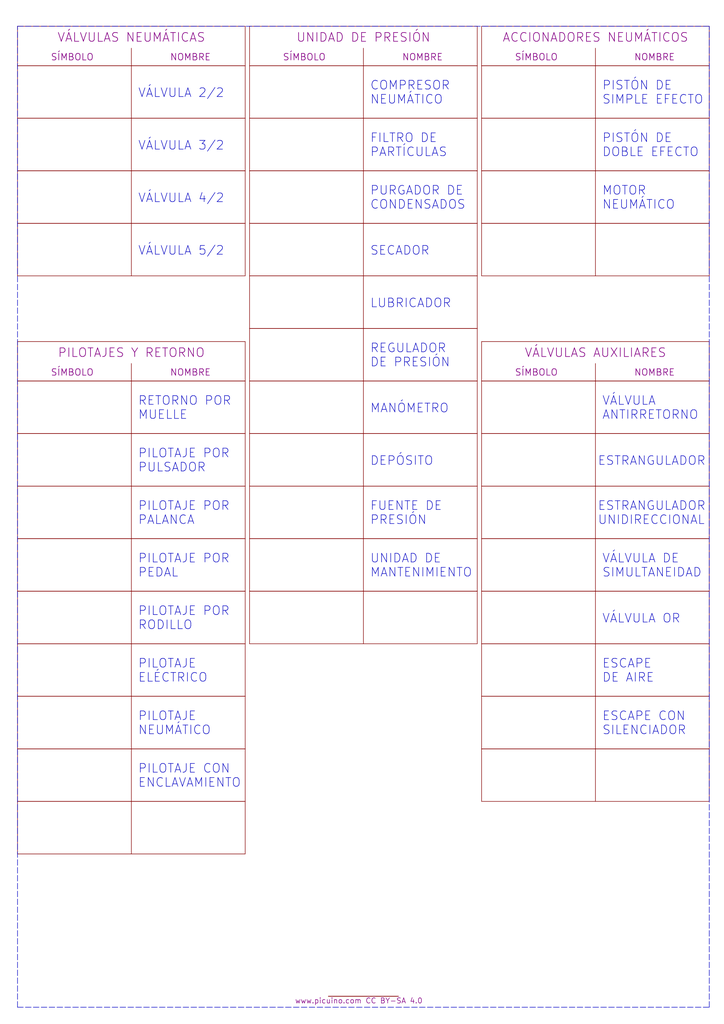
<source format=kicad_sch>
(kicad_sch (version 20211123) (generator eeschema)
  (paper "A4" portrait)
  (title_block (title "Símbolos neumáticos.") (date "20/05/2022") (company "www.picuino.com") (comment 1 "Copyright (c) 2022 by Carlos Pardo") (comment 2 "License CC BY-SA 4.0"))
  (lib_symbols
    (symbol "neumatic-simbolos-nombres-rescue:CopyRight-simbolos-simbolos" (pin_names (offset 1.016))
      (property "License" "CC BY-SA 4.0" (at -1.27 -1.27 0))
      (property "Web" "www.picuino.com" (at 0 -1.27 0))
      (symbol "CopyRight-simbolos-simbolos_0_1"
        (polyline (pts (xy -10.16 0) (xy 10.16 0)) (stroke (width 0.2032)))
      )
    )
    (symbol "neumatic-simbolos-nombres-rescue:Marco_1-simbolos" (pin_names (offset 1.016))
      (symbol "Marco_1-simbolos_0_1"
        (polyline (pts (xy 0 -15.24) (xy 0 0)))
        (polyline (pts (xy 0 -15.24) (xy 66.04 -15.24)))
        (polyline (pts (xy 0 0) (xy 66.04 0)))
        (polyline (pts (xy 33.02 0) (xy 33.02 -15.24)))
        (polyline (pts (xy 66.04 0) (xy 66.04 -15.24)))
      )
    )
    (symbol "neumatic-simbolos-nombres-rescue:Marco_2-simbolos" (pin_names (offset 1.016))
      (property "Field4" "TIPO" (at 33.02 -4.445 0))
      (property "Field5" "SÍMBOLO" (at 11.43 -11.43 0))
      (property "Field7" "NOMBRE" (at 48.26 -11.43 0))
      (symbol "Marco_2-simbolos_0_1"
        (polyline (pts (xy 0 -12.7) (xy 0 -1.27)))
        (polyline (pts (xy 0 -1.27) (xy 66.04 -1.27)))
        (polyline (pts (xy 33.02 -12.7) (xy 0 -12.7)))
        (polyline (pts (xy 33.02 -12.7) (xy 66.04 -12.7)))
        (polyline (pts (xy 33.02 -7.62) (xy 33.02 -12.7)))
        (polyline (pts (xy 66.04 -1.27) (xy 66.04 -12.7)))
      )
    )
  )
  (polyline (pts (xy 205.74 292.1) (xy 205.74 7.62)))
  (polyline (pts (xy 5.08 292.1) (xy 205.74 292.1)))
  (polyline (pts (xy 5.08 7.62) (xy 205.74 7.62)))
  (polyline (pts (xy 5.08 292.1) (xy 5.08 7.62)))
  (text "SECADOR" (at 107.315 74.295 0) (effects (font (size 2.54 2.54)) (justify left bottom)))
  (text "PISTÓN DE \nSIMPLE EFECTO" (at 174.625 30.48 0) (effects (font (size 2.54 2.54)) (justify left bottom)))
  (text "ESCAPE CON\nSILENCIADOR" (at 174.625 213.36 0) (effects (font (size 2.54 2.54)) (justify left bottom)))
  (text "PILOTAJE POR\nPALANCA" (at 40.005 152.4 0) (effects (font (size 2.54 2.54)) (justify left bottom)))
  (text "VÁLVULA 4/2" (at 40.005 59.055 0) (effects (font (size 2.54 2.54)) (justify left bottom)))
  (text "RETORNO POR\nMUELLE" (at 40.005 121.92 0) (effects (font (size 2.54 2.54)) (justify left bottom)))
  (text "PILOTAJE\nNEUMÁTICO" (at 40.005 213.36 0) (effects (font (size 2.54 2.54)) (justify left bottom)))
  (text "PISTÓN DE \nDOBLE EFECTO" (at 174.625 45.72 0) (effects (font (size 2.54 2.54)) (justify left bottom)))
  (text "VÁLVULA OR" (at 174.625 180.975 0) (effects (font (size 2.54 2.54)) (justify left bottom)))
  (text "ESCAPE\nDE AIRE" (at 174.625 198.12 0) (effects (font (size 2.54 2.54)) (justify left bottom)))
  (text "VÁLVULA 3/2" (at 40.005 43.815 0) (effects (font (size 2.54 2.54)) (justify left bottom)))
  (text "PILOTAJE POR\nPEDAL\n" (at 40.005 167.64 0) (effects (font (size 2.54 2.54)) (justify left bottom)))
  (text "FUENTE DE\nPRESIÓN" (at 107.315 152.4 0) (effects (font (size 2.54 2.54)) (justify left bottom)))
  (text "DEPÓSITO" (at 107.315 135.255 0) (effects (font (size 2.54 2.54)) (justify left bottom)))
  (text "MANÓMETRO" (at 107.315 120.015 0) (effects (font (size 2.54 2.54)) (justify left bottom)))
  (text "VÁLVULA 2/2" (at 40.005 28.575 0) (effects (font (size 2.54 2.54)) (justify left bottom)))
  (text "LUBRICADOR" (at 107.315 89.535 0) (effects (font (size 2.54 2.54)) (justify left bottom)))
  (text "PILOTAJE CON\nENCLAVAMIENTO" (at 40.005 228.6 0) (effects (font (size 2.54 2.54)) (justify left bottom)))
  (text "ESTRANGULADOR" (at 173.355 135.255 0) (effects (font (size 2.54 2.54)) (justify left bottom)))
  (text "FILTRO DE\nPARTÍCULAS" (at 107.315 45.72 0) (effects (font (size 2.54 2.54)) (justify left bottom)))
  (text "REGULADOR\nDE PRESIÓN" (at 107.315 106.68 0) (effects (font (size 2.54 2.54)) (justify left bottom)))
  (text "UNIDAD DE\nMANTENIMIENTO" (at 107.315 167.64 0) (effects (font (size 2.54 2.54)) (justify left bottom)))
  (text "VÁLVULA DE\nSIMULTANEIDAD" (at 174.625 167.64 0) (effects (font (size 2.54 2.54)) (justify left bottom)))
  (text "ESTRANGULADOR\nUNIDIRECCIONAL" (at 173.355 152.4 0) (effects (font (size 2.54 2.54)) (justify left bottom)))
  (text "VÁLVULA\nANTIRRETORNO" (at 174.625 121.92 0) (effects (font (size 2.54 2.54)) (justify left bottom)))
  (text "PURGADOR DE\nCONDENSADOS" (at 107.315 60.96 0) (effects (font (size 2.54 2.54)) (justify left bottom)))
  (text "VÁLVULA 5/2" (at 40.005 74.295 0) (effects (font (size 2.54 2.54)) (justify left bottom)))
  (text "COMPRESOR\nNEUMÁTICO\n" (at 107.315 30.48 0) (effects (font (size 2.54 2.54)) (justify left bottom)))
  (text "MOTOR\nNEUMÁTICO" (at 174.625 60.96 0) (effects (font (size 2.54 2.54)) (justify left bottom)))
  (text "PILOTAJE\nELÉCTRICO" (at 40.005 198.12 0) (effects (font (size 2.54 2.54)) (justify left bottom)))
  (text "PILOTAJE POR\nRODILLO" (at 40.005 182.88 0) (effects (font (size 2.54 2.54)) (justify left bottom)))
  (text "PILOTAJE POR\nPULSADOR" (at 40.005 137.16 0) (effects (font (size 2.54 2.54)) (justify left bottom)))
  (symbol (lib_id "neumatic-simbolos-nombres-rescue:Marco_1-simbolos") (at 5.08 232.41 0) (unit 1)
    (property "Reference" "M?" (effects hide))
    (property "Value" "Marco_1" (effects hide))
  )
  (symbol (lib_id "neumatic-simbolos-nombres-rescue:Marco_1-simbolos") (at 5.08 217.17 0) (unit 1)
    (property "Reference" "M?" (effects hide))
    (property "Value" "Marco_1" (effects hide))
  )
  (symbol (lib_id "neumatic-simbolos-nombres-rescue:Marco_1-simbolos") (at 139.7 217.17 0) (unit 1)
    (property "Reference" "M?" (effects hide))
    (property "Value" "Marco_1" (effects hide))
  )
  (symbol (lib_id "neumatic-simbolos-nombres-rescue:Marco_1-simbolos") (at 139.7 186.69 0) (unit 1)
    (property "Reference" "M?" (effects hide))
    (property "Value" "Marco_1" (effects hide))
  )
  (symbol (lib_id "neumatic-simbolos-nombres-rescue:Marco_1-simbolos") (at 139.7 201.93 0) (unit 1)
    (property "Reference" "M?" (effects hide))
    (property "Value" "Marco_1" (effects hide))
  )
  (symbol (lib_id "neumatic-simbolos-nombres-rescue:Marco_1-simbolos") (at 5.08 34.29 0) (unit 1)
    (property "Reference" "M?" (effects hide))
    (property "Value" "Marco_1" (effects hide))
  )
  (symbol (lib_id "neumatic-simbolos-nombres-rescue:Marco_1-simbolos") (at 72.39 110.49 0) (unit 1)
    (property "Reference" "M?" (effects hide))
    (property "Value" "Marco_1" (effects hide))
  )
  (symbol (lib_id "neumatic-simbolos-nombres-rescue:Marco_1-simbolos") (at 139.7 19.05 0) (unit 1)
    (property "Reference" "M?" (effects hide))
    (property "Value" "Marco_1" (effects hide))
  )
  (symbol (lib_id "neumatic-simbolos-nombres-rescue:Marco_1-simbolos") (at 5.08 140.97 0) (unit 1)
    (property "Reference" "M?" (effects hide))
    (property "Value" "Marco_1" (effects hide))
  )
  (symbol (lib_id "neumatic-simbolos-nombres-rescue:Marco_2-simbolos") (at 72.39 6.35 0) (unit 1)
    (property "Reference" "M?" (effects hide))
    (property "Value" "Marco_2" (effects hide))
    (property "Field4" "UNIDAD DE PRESIÓN" (at 105.41 10.795 0) (effects (font (size 2.54 2.54))))
    (property "Field5" "SÍMBOLO" (at 88.265 16.51 0) (effects (font (size 1.905 1.905))))
    (property "Field7" "NOMBRE" (at 122.555 16.51 0) (effects (font (size 1.905 1.905))))
  )
  (symbol (lib_id "neumatic-simbolos-nombres-rescue:Marco_1-simbolos") (at 72.39 34.29 0) (unit 1)
    (property "Reference" "M?" (effects hide))
    (property "Value" "Marco_1" (effects hide))
  )
  (symbol (lib_id "neumatic-simbolos-nombres-rescue:Marco_1-simbolos") (at 139.7 156.21 0) (unit 1)
    (property "Reference" "M?" (effects hide))
    (property "Value" "Marco_1" (effects hide))
  )
  (symbol (lib_id "neumatic-simbolos-nombres-rescue:Marco_1-simbolos") (at 5.08 19.05 0) (unit 1)
    (property "Reference" "M?" (effects hide))
    (property "Value" "Marco_1" (effects hide))
  )
  (symbol (lib_id "neumatic-simbolos-nombres-rescue:Marco_1-simbolos") (at 72.39 19.05 0) (unit 1)
    (property "Reference" "M?" (effects hide))
    (property "Value" "Marco_1" (effects hide))
  )
  (symbol (lib_id "neumatic-simbolos-nombres-rescue:Marco_1-simbolos") (at 5.08 64.77 0) (unit 1)
    (property "Reference" "M?" (effects hide))
    (property "Value" "Marco_1" (effects hide))
  )
  (symbol (lib_id "neumatic-simbolos-nombres-rescue:Marco_1-simbolos") (at 139.7 34.29 0) (unit 1)
    (property "Reference" "M?" (effects hide))
    (property "Value" "Marco_1" (effects hide))
  )
  (symbol (lib_id "neumatic-simbolos-nombres-rescue:Marco_1-simbolos") (at 5.08 186.69 0) (unit 1)
    (property "Reference" "M?" (effects hide))
    (property "Value" "Marco_1" (effects hide))
  )
  (symbol (lib_id "neumatic-simbolos-nombres-rescue:Marco_1-simbolos") (at 72.39 95.25 0) (unit 1)
    (property "Reference" "M?" (effects hide))
    (property "Value" "Marco_1" (effects hide))
  )
  (symbol (lib_id "neumatic-simbolos-nombres-rescue:Marco_1-simbolos") (at 72.39 49.53 0) (unit 1)
    (property "Reference" "M?" (effects hide))
    (property "Value" "Marco_1" (effects hide))
  )
  (symbol (lib_id "neumatic-simbolos-nombres-rescue:Marco_1-simbolos") (at 72.39 80.01 0) (unit 1)
    (property "Reference" "M?" (effects hide))
    (property "Value" "Marco_1" (effects hide))
  )
  (symbol (lib_id "neumatic-simbolos-nombres-rescue:Marco_1-simbolos") (at 139.7 49.53 0) (unit 1)
    (property "Reference" "M?" (effects hide))
    (property "Value" "Marco_1" (effects hide))
  )
  (symbol (lib_id "neumatic-simbolos-nombres-rescue:Marco_1-simbolos") (at 72.39 140.97 0) (unit 1)
    (property "Reference" "M?" (effects hide))
    (property "Value" "Marco_1" (effects hide))
  )
  (symbol (lib_id "neumatic-simbolos-nombres-rescue:Marco_1-simbolos") (at 72.39 171.45 0) (unit 1)
    (property "Reference" "M?" (effects hide))
    (property "Value" "Marco_1" (effects hide))
  )
  (symbol (lib_id "neumatic-simbolos-nombres-rescue:Marco_1-simbolos") (at 72.39 156.21 0) (unit 1)
    (property "Reference" "M?" (effects hide))
    (property "Value" "Marco_1" (effects hide))
  )
  (symbol (lib_id "neumatic-simbolos-nombres-rescue:Marco_1-simbolos") (at 139.7 110.49 0) (unit 1)
    (property "Reference" "M?" (effects hide))
    (property "Value" "Marco_1" (effects hide))
  )
  (symbol (lib_id "neumatic-simbolos-nombres-rescue:Marco_2-simbolos") (at 5.08 97.79 0) (unit 1)
    (property "Reference" "M?" (effects hide))
    (property "Value" "Marco_2" (effects hide))
    (property "Field4" "PILOTAJES Y RETORNO" (at 38.1 102.235 0) (effects (font (size 2.54 2.54))))
    (property "Field5" "SÍMBOLO" (at 20.955 107.95 0) (effects (font (size 1.905 1.905))))
    (property "Field7" "NOMBRE" (at 55.245 107.95 0) (effects (font (size 1.905 1.905))))
  )
  (symbol (lib_id "neumatic-simbolos-nombres-rescue:Marco_2-simbolos") (at 139.7 97.79 0) (unit 1)
    (property "Reference" "M?" (effects hide))
    (property "Value" "Marco_2" (effects hide))
    (property "Field4" "VÁLVULAS AUXILIARES" (at 172.72 102.235 0) (effects (font (size 2.54 2.54))))
    (property "Field5" "SÍMBOLO" (at 155.575 107.95 0) (effects (font (size 1.905 1.905))))
    (property "Field7" "NOMBRE" (at 189.865 107.95 0) (effects (font (size 1.905 1.905))))
  )
  (symbol (lib_id "neumatic-simbolos-nombres-rescue:Marco_2-simbolos") (at 139.7 6.35 0) (unit 1)
    (property "Reference" "M?" (effects hide))
    (property "Value" "Marco_2" (effects hide))
    (property "Field4" "ACCIONADORES NEUMÁTICOS" (at 172.72 10.795 0) (effects (font (size 2.54 2.54))))
    (property "Field5" "SÍMBOLO" (at 155.575 16.51 0) (effects (font (size 1.905 1.905))))
    (property "Field7" "NOMBRE" (at 189.865 16.51 0) (effects (font (size 1.905 1.905))))
  )
  (symbol (lib_id "neumatic-simbolos-nombres-rescue:Marco_1-simbolos") (at 139.7 125.73 0) (unit 1)
    (property "Reference" "M?" (effects hide))
    (property "Value" "Marco_1" (effects hide))
  )
  (symbol (lib_id "neumatic-simbolos-nombres-rescue:Marco_2-simbolos") (at 5.08 6.35 0) (unit 1)
    (property "Reference" "M?" (effects hide))
    (property "Value" "Marco_2" (effects hide))
    (property "Field4" "VÁLVULAS NEUMÁTICAS" (at 38.1 10.795 0) (effects (font (size 2.54 2.54))))
    (property "Field5" "SÍMBOLO" (at 20.955 16.51 0) (effects (font (size 1.905 1.905))))
    (property "Field7" "NOMBRE" (at 55.245 16.51 0) (effects (font (size 1.905 1.905))))
  )
  (symbol (lib_id "neumatic-simbolos-nombres-rescue:Marco_1-simbolos") (at 5.08 110.49 0) (unit 1)
    (property "Reference" "M?" (effects hide))
    (property "Value" "Marco_1" (effects hide))
  )
  (symbol (lib_id "neumatic-simbolos-nombres-rescue:Marco_1-simbolos") (at 5.08 201.93 0) (unit 1)
    (property "Reference" "M?" (effects hide))
    (property "Value" "Marco_1" (effects hide))
  )
  (symbol (lib_id "neumatic-simbolos-nombres-rescue:Marco_1-simbolos") (at 72.39 125.73 0) (unit 1)
    (property "Reference" "M?" (effects hide))
    (property "Value" "Marco_1" (effects hide))
  )
  (symbol (lib_id "neumatic-simbolos-nombres-rescue:Marco_1-simbolos") (at 72.39 64.77 0) (unit 1)
    (property "Reference" "M?" (effects hide))
    (property "Value" "Marco_1" (effects hide))
  )
  (symbol (lib_id "neumatic-simbolos-nombres-rescue:Marco_1-simbolos") (at 5.08 49.53 0) (unit 1)
    (property "Reference" "M?" (effects hide))
    (property "Value" "Marco_1" (effects hide))
  )
  (symbol (lib_id "neumatic-simbolos-nombres-rescue:CopyRight-simbolos-simbolos") (at 105.41 288.925 0) (unit 1)
    (property "Reference" "CP?" (effects hide))
    (property "Value" "CopyRight-simbolos" (effects hide))
    (property "License" "CC BY-SA 4.0" (at 114.3 290.195 0) (effects (font (size 1.524 1.524))))
    (property "Web" "www.picuino.com" (at 95.25 290.195 0) (effects (font (size 1.524 1.524))))
  )
  (symbol (lib_id "neumatic-simbolos-nombres-rescue:Marco_1-simbolos") (at 139.7 140.97 0) (unit 1)
    (property "Reference" "M?" (effects hide))
    (property "Value" "Marco_1" (effects hide))
  )
  (symbol (lib_id "neumatic-simbolos-nombres-rescue:Marco_1-simbolos") (at 5.08 171.45 0) (unit 1)
    (property "Reference" "M?" (effects hide))
    (property "Value" "Marco_1" (effects hide))
  )
  (symbol (lib_id "neumatic-simbolos-nombres-rescue:Marco_1-simbolos") (at 5.08 125.73 0) (unit 1)
    (property "Reference" "M?" (effects hide))
    (property "Value" "Marco_1" (effects hide))
  )
  (symbol (lib_id "neumatic-simbolos-nombres-rescue:Marco_1-simbolos") (at 139.7 64.77 0) (unit 1)
    (property "Reference" "M?" (effects hide))
    (property "Value" "Marco_1" (effects hide))
  )
  (symbol (lib_id "neumatic-simbolos-nombres-rescue:Marco_1-simbolos") (at 139.7 171.45 0) (unit 1)
    (property "Reference" "M?" (effects hide))
    (property "Value" "Marco_1" (effects hide))
  )
  (symbol (lib_id "neumatic-simbolos-nombres-rescue:Marco_1-simbolos") (at 5.08 156.21 0) (unit 1)
    (property "Reference" "M?" (effects hide))
    (property "Value" "Marco_1" (effects hide))
  )
)
</source>
